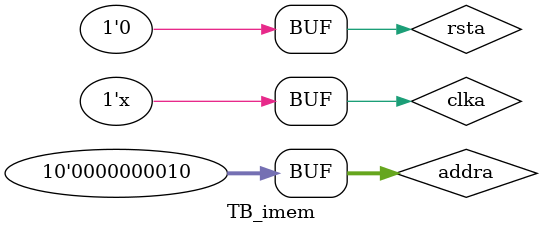
<source format=v>
`timescale 1ns / 1ps


module TB_imem;

	// Inputs
	reg clka;
	reg rsta;
	reg [9:0] addra;

	// Outputs
	wire [31:0] douta;

	// Instantiate the Unit Under Test (UUT)
	instrmem uut (
		.clka(clka), 
		.rsta(rsta), 
		.addra(addra), 
		.douta(douta)
	);

	always #10 clka = ~clka;
	initial begin
		// Initialize Inputs
		clka = 0;
		rsta = 0;
		addra = 0;
	
		#100 addra = 10'b1;
		
		#100 addra = 10'b10;
       
		// Add stimulus here

	end
      
endmodule


</source>
